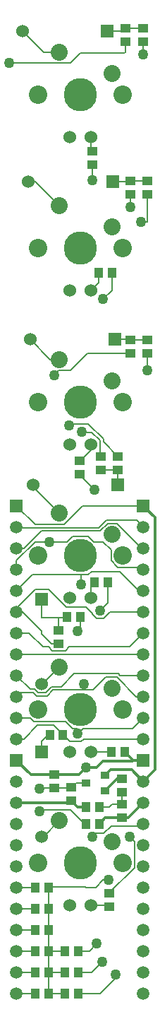
<source format=gtl>
%FSLAX25Y25*%
%MOIN*%
G70*
G01*
G75*
G04 Layer_Physical_Order=1*
G04 Layer_Color=255*
%ADD10R,0.03937X0.05118*%
%ADD11R,0.05118X0.03937*%
%ADD12R,0.04331X0.03543*%
%ADD13C,0.00800*%
%ADD14C,0.01200*%
%ADD15C,0.06000*%
%ADD16C,0.08700*%
%ADD17C,0.15700*%
%ADD18C,0.08000*%
%ADD19C,0.05906*%
%ADD20R,0.05906X0.05906*%
%ADD21R,0.06000X0.06000*%
%ADD22R,0.06000X0.06000*%
%ADD23C,0.05000*%
D10*
X254850Y424000D02*
D03*
X261150D02*
D03*
X249150Y398000D02*
D03*
X242850D02*
D03*
X225150Y320000D02*
D03*
X218850D02*
D03*
X232850Y330000D02*
D03*
X239150D02*
D03*
X225150D02*
D03*
X218850D02*
D03*
X225150Y340000D02*
D03*
X218850D02*
D03*
X225150Y350000D02*
D03*
X218850D02*
D03*
X225150Y360000D02*
D03*
X218850D02*
D03*
X232850Y320000D02*
D03*
X239150D02*
D03*
X232850Y310000D02*
D03*
X239150D02*
D03*
X225150D02*
D03*
X218850D02*
D03*
X249150Y390000D02*
D03*
X242850D02*
D03*
X240150Y487500D02*
D03*
X233850D02*
D03*
X246850Y504000D02*
D03*
X253150D02*
D03*
X248850Y650000D02*
D03*
X255150D02*
D03*
X232000Y432000D02*
D03*
X225701D02*
D03*
D11*
X260000Y411150D02*
D03*
Y404850D02*
D03*
X254000Y350850D02*
D03*
Y357150D02*
D03*
X260000Y399150D02*
D03*
Y392850D02*
D03*
X236000Y400850D02*
D03*
Y407150D02*
D03*
X230000Y474850D02*
D03*
Y481150D02*
D03*
X258000Y563150D02*
D03*
Y556850D02*
D03*
X240000Y561150D02*
D03*
Y554850D02*
D03*
X272000Y611850D02*
D03*
Y618150D02*
D03*
X264000Y611850D02*
D03*
Y618150D02*
D03*
X272000Y686850D02*
D03*
Y693150D02*
D03*
X264000Y686850D02*
D03*
Y693150D02*
D03*
X246000Y707150D02*
D03*
Y700850D02*
D03*
X270000Y758850D02*
D03*
Y765150D02*
D03*
X261500Y758850D02*
D03*
Y765150D02*
D03*
X228000Y413150D02*
D03*
Y406850D02*
D03*
X250000Y563150D02*
D03*
Y556850D02*
D03*
D12*
X242709Y409240D02*
D03*
X252000Y412980D02*
D03*
Y405500D02*
D03*
D13*
X236501Y434950D02*
X239000D01*
X238850Y480850D02*
X240150Y482150D01*
Y487500D01*
X222000Y479500D02*
Y480850D01*
Y479500D02*
X226650Y474850D01*
X230000D01*
Y482450D02*
Y487150D01*
X233500D01*
X222000D02*
X230000D01*
X233500D02*
X233850Y487500D01*
X233056Y471682D02*
X234874Y473500D01*
X225126D02*
X226944Y471682D01*
X222423Y473500D02*
X225126D01*
X234874D02*
X263500D01*
X226944Y471682D02*
X233056D01*
X263500Y473500D02*
X270000Y480000D01*
X215923D02*
X222423Y473500D01*
X247967Y486800D02*
X251033D01*
X245800Y488967D02*
X247967Y486800D01*
X245800Y488967D02*
Y489200D01*
X242700Y492300D02*
X245800Y489200D01*
X233510Y492300D02*
X242700D01*
X206500Y748800D02*
X235450D01*
X240150Y753500D01*
X261000D01*
X261500Y754000D01*
Y758850D01*
X269000Y674000D02*
X272000D01*
Y686850D01*
X228000Y601500D02*
Y602000D01*
X229800Y603800D01*
X225500Y523000D02*
X233951D01*
X218901D02*
X225500D01*
X229800Y603800D02*
X235450D01*
X246549Y523000D02*
X251000D01*
X243999Y525550D02*
X246549Y523000D01*
X236501Y525550D02*
X243999D01*
X233951Y523000D02*
X236501Y525550D01*
X251000Y523000D02*
X254700Y519300D01*
X210000Y514099D02*
X218901Y523000D01*
X235450Y603800D02*
X243500Y611850D01*
X264000D01*
Y681000D02*
Y686850D01*
X272000Y604000D02*
Y611850D01*
X235000Y578000D02*
X235700Y578700D01*
X243752D01*
X251050Y571402D01*
Y570100D02*
Y571402D01*
Y570100D02*
X258000Y563150D01*
X245250Y566250D02*
Y569000D01*
X240000Y561000D02*
X245250Y566250D01*
X240500Y574500D02*
X241000Y575000D01*
X242000Y453050D02*
Y456000D01*
Y453050D02*
X246050D01*
X227252D02*
X242000D01*
X237300Y460800D02*
X258067D01*
X231150Y454650D02*
X237300Y460800D01*
X226590Y454650D02*
X231150D01*
X240500Y503000D02*
Y507450D01*
X243999D01*
X217450D02*
X240500D01*
Y574500D02*
X245690D01*
X249450Y570740D01*
Y563700D02*
Y570740D01*
Y563700D02*
X250000Y563150D01*
X239000Y432500D02*
X241450Y434950D01*
X241500D02*
X264950D01*
X227500Y436500D02*
X235200Y428800D01*
X240533D01*
X241733Y430000D02*
X270000D01*
X240533Y428800D02*
X241733Y430000D01*
X210000Y470000D02*
X270000D01*
Y753000D02*
Y758850D01*
X221000Y396000D02*
X221700Y396700D01*
X235450D01*
X242150Y390000D01*
X242850D01*
X221350Y406850D02*
X228000D01*
X249150Y398000D02*
X254000D01*
X210000Y490000D02*
Y491697D01*
X218803Y500500D01*
X225310D01*
X233510Y492300D01*
X251033Y486800D02*
X254233Y490000D01*
X270000D01*
X210000Y460000D02*
X216600Y453400D01*
X219598Y450200D02*
X224402D01*
X220260Y451800D02*
X223740D01*
X211800D02*
X217998D01*
X219598Y450200D01*
X216600Y453400D02*
X218660D01*
X220260Y451800D01*
X223740D02*
X226590Y454650D01*
X224402Y450200D02*
X227252Y453050D01*
X258067Y460800D02*
X258867Y460000D01*
X270000D01*
X246050Y453050D02*
X252200Y459200D01*
X210000Y450000D02*
X211800Y451800D01*
X252200Y459200D02*
X257404D01*
X266604Y450000D01*
X270000D01*
X264950Y434950D02*
X270000Y440000D01*
X233351Y438100D02*
X236501Y434950D01*
X220000Y436500D02*
X227500D01*
X213500Y430000D02*
X220000Y436500D01*
X210000Y430000D02*
X213500D01*
X222000Y429000D02*
X225000Y432000D01*
X218301Y438100D02*
X233351D01*
X216401Y440000D02*
X218301Y438100D01*
X210000Y440000D02*
X216401D01*
X210000Y480000D02*
X215923D01*
X212850Y490000D02*
X222000Y480850D01*
X210000Y490000D02*
X212850D01*
X268000Y500000D02*
X270000D01*
X259000Y509000D02*
X268000Y500000D01*
X245549Y509000D02*
X259000D01*
X243999Y507450D02*
X245549Y509000D01*
X210900Y500900D02*
X217450Y507450D01*
X263500Y384000D02*
X265800Y381700D01*
Y369201D02*
Y381700D01*
X249500Y490500D02*
X253150Y494150D01*
Y504000D01*
X251000Y637500D02*
X255150Y641650D01*
Y650000D01*
X240000Y554500D02*
X247000Y547500D01*
X240000Y554500D02*
Y554850D01*
X246000Y693500D02*
Y700850D01*
X245250Y707900D02*
X246000Y707150D01*
X245250Y707900D02*
Y714000D01*
X225150Y310000D02*
Y320000D01*
Y330000D01*
Y340000D01*
Y350000D01*
Y360000D01*
Y310000D02*
X232850D01*
X225150Y320000D02*
X232850D01*
X225150Y330000D02*
X232850D01*
X228000Y406850D02*
X235701D01*
X238091Y409240D01*
X242709D01*
X222000Y456000D02*
X222250D01*
X230250Y464000D01*
X222000Y487150D02*
Y496000D01*
X245250Y496500D02*
Y502400D01*
X246850Y504000D01*
X218000Y548750D02*
Y550000D01*
X258000D02*
Y556850D01*
X250000D02*
X258000D01*
X226000Y609000D02*
X230250D01*
X216500Y618500D02*
X226000Y609000D01*
X256500Y618500D02*
X263650D01*
X264000Y618150D01*
X272000D01*
X248850Y645100D02*
Y650000D01*
X245250Y641500D02*
X248850Y645100D01*
X255500Y693000D02*
X263850D01*
X264000Y693150D01*
X272000D01*
X253000Y764000D02*
X260350D01*
X261500Y765150D01*
X270000D01*
X223000Y754000D02*
X230250D01*
X213000Y764000D02*
X223000Y754000D01*
X215500Y693000D02*
X218750D01*
X230250Y681500D01*
X245250Y351500D02*
X253350D01*
X254000Y350850D01*
X222000Y384000D02*
X222750D01*
X230250Y391500D01*
X245250Y424000D02*
X254850D01*
X260000Y399150D02*
Y404850D01*
X254000Y398000D02*
X255150Y399150D01*
X260000D01*
X225150Y360000D02*
X225468Y360318D01*
X242682D02*
X243000Y360000D01*
X247500D01*
X251000Y363500D01*
X253500D01*
X225468Y360318D02*
X242682D01*
X210000Y310000D02*
X218850D01*
X210000Y320000D02*
X218850D01*
X210000Y330000D02*
X218850D01*
X210000Y340000D02*
X218850D01*
X210000Y350000D02*
X218850D01*
X210000Y360000D02*
X218850D01*
X239150Y310000D02*
X249500D01*
X257750Y318250D01*
X239150Y320000D02*
X245500D01*
X250500Y325000D01*
X239150Y330000D02*
X244500D01*
X248000Y333500D01*
X269000Y389000D02*
X270000Y390000D01*
X254732Y389000D02*
X269000D01*
X251232Y385500D02*
X254732Y389000D01*
X248000Y385500D02*
X251232D01*
X246000Y384000D02*
X246500D01*
X248000Y385500D01*
X254000Y357150D02*
Y357401D01*
X265800Y369201D01*
X222000Y424000D02*
Y429000D01*
X218000Y548750D02*
X230250Y536500D01*
X210000Y540000D02*
X218700Y531300D01*
X232404D01*
X241104Y540000D01*
X270000D01*
X210000Y530000D02*
X210300Y529700D01*
X248833D02*
X252433Y533300D01*
X210300Y529700D02*
X248833D01*
X249496Y528100D02*
X253096Y531700D01*
X252433Y533300D02*
X266700D01*
X270000Y530000D01*
X253096Y531700D02*
X257404D01*
X269104Y520000D01*
X270000D01*
X210000D02*
X213638D01*
X210000Y510000D02*
Y514099D01*
X213638Y520000D02*
X221738Y528100D01*
X249496D01*
X254700Y514201D02*
Y519300D01*
Y514201D02*
X257951Y510950D01*
X269050D01*
X270000Y510000D01*
D14*
Y540000D02*
X275600Y534400D01*
Y415600D02*
Y534400D01*
X270000Y410000D02*
X275600Y415600D01*
X236000Y400850D02*
X238850Y398000D01*
X252000Y392850D02*
X260000D01*
X249150Y390000D02*
X252000Y392850D01*
X210000Y500000D02*
X210900Y500900D01*
X228000Y413150D02*
X239650D01*
X243000Y416500D01*
X247800D01*
X250900Y419600D01*
X264750D01*
X265150Y420000D01*
X210000Y400000D02*
X235150D01*
X236000Y400850D01*
X238850Y398000D02*
X242850D01*
X257650Y411150D02*
X260000D01*
X252000Y405500D02*
X257650Y411150D01*
X262850Y392850D02*
X270000Y400000D01*
X260000Y392850D02*
X262850D01*
X252000Y412980D02*
X254520Y415500D01*
X264500D01*
X270000Y410000D01*
X261150Y424000D02*
X265150Y420000D01*
X270000D01*
X210000D02*
X216850Y413150D01*
X228000D01*
D15*
X245250Y714000D02*
D03*
X235250D02*
D03*
X245250Y424000D02*
D03*
X235250D02*
D03*
X245250Y351500D02*
D03*
X235250D02*
D03*
X222000Y384000D02*
D03*
Y456000D02*
D03*
X218000Y550000D02*
D03*
X216500Y618500D02*
D03*
X215500Y693000D02*
D03*
X213000Y764000D02*
D03*
X245250Y641500D02*
D03*
X235250D02*
D03*
X245250Y569000D02*
D03*
X235250D02*
D03*
X245250Y496500D02*
D03*
X235250D02*
D03*
D16*
X220250Y734000D02*
D03*
X260250D02*
D03*
X220250Y444000D02*
D03*
X260250D02*
D03*
X220250Y371500D02*
D03*
X260250D02*
D03*
X220250Y661500D02*
D03*
X260250D02*
D03*
X220250Y589000D02*
D03*
X260250D02*
D03*
X220250Y516500D02*
D03*
X260250D02*
D03*
D17*
X240250Y734000D02*
D03*
Y444000D02*
D03*
Y371500D02*
D03*
Y661500D02*
D03*
Y589000D02*
D03*
Y516500D02*
D03*
D18*
X230250Y754000D02*
D03*
X255250Y744000D02*
D03*
X230250Y464000D02*
D03*
X255250Y454000D02*
D03*
X230250Y391500D02*
D03*
X255250Y381500D02*
D03*
X230250Y681500D02*
D03*
X255250Y671500D02*
D03*
X230250Y609000D02*
D03*
X255250Y599000D02*
D03*
X230250Y536500D02*
D03*
X255250Y526500D02*
D03*
D19*
X270000Y410000D02*
D03*
Y400000D02*
D03*
Y390000D02*
D03*
Y380000D02*
D03*
Y370000D02*
D03*
Y360000D02*
D03*
Y350000D02*
D03*
Y340000D02*
D03*
Y330000D02*
D03*
Y320000D02*
D03*
Y310000D02*
D03*
X210000D02*
D03*
Y320000D02*
D03*
Y330000D02*
D03*
Y340000D02*
D03*
Y350000D02*
D03*
Y360000D02*
D03*
Y370000D02*
D03*
Y380000D02*
D03*
Y390000D02*
D03*
Y400000D02*
D03*
Y410000D02*
D03*
X270000Y430000D02*
D03*
Y440000D02*
D03*
Y450000D02*
D03*
Y460000D02*
D03*
Y470000D02*
D03*
Y480000D02*
D03*
Y490000D02*
D03*
Y500000D02*
D03*
Y510000D02*
D03*
Y520000D02*
D03*
Y530000D02*
D03*
X210000Y430000D02*
D03*
Y440000D02*
D03*
Y450000D02*
D03*
Y460000D02*
D03*
Y470000D02*
D03*
Y480000D02*
D03*
Y490000D02*
D03*
Y500000D02*
D03*
Y510000D02*
D03*
Y520000D02*
D03*
Y530000D02*
D03*
D20*
X270000Y420000D02*
D03*
X210000D02*
D03*
X270000Y540000D02*
D03*
X210000D02*
D03*
D21*
X222000Y424000D02*
D03*
Y496000D02*
D03*
D22*
X258000Y550000D02*
D03*
X256500Y618500D02*
D03*
X255500Y693000D02*
D03*
X253000Y764000D02*
D03*
D23*
X206500Y749000D02*
D03*
X269000Y674000D02*
D03*
X264000Y681000D02*
D03*
X228000Y601500D02*
D03*
X225500Y523000D02*
D03*
X272000Y604000D02*
D03*
X235000Y578000D02*
D03*
X241000Y575000D02*
D03*
X242000Y456000D02*
D03*
X240500Y503000D02*
D03*
X239000Y432500D02*
D03*
X238850Y480850D02*
D03*
X270000Y753000D02*
D03*
X221000Y396000D02*
D03*
Y406500D02*
D03*
X249500Y490500D02*
D03*
X263500Y384000D02*
D03*
X243000Y416500D02*
D03*
X247000Y547500D02*
D03*
X251000Y637500D02*
D03*
X246000Y693500D02*
D03*
X253500Y363500D02*
D03*
X257000Y319000D02*
D03*
X250500Y325000D02*
D03*
X248000Y333500D02*
D03*
X246000Y384000D02*
D03*
M02*

</source>
